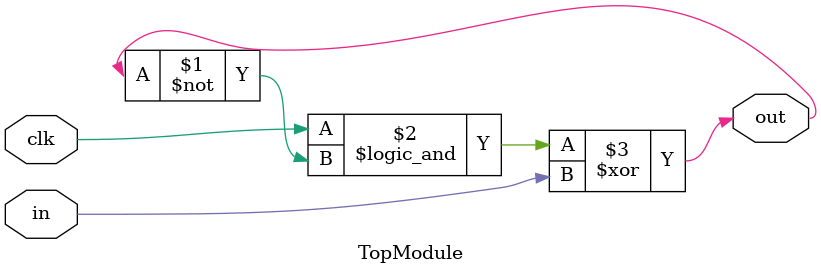
<source format=sv>


module TopModule (
  input clk,
  input in,
  output logic out
);

assign out = (clk && ~out) ^ in;
endmodule

</source>
